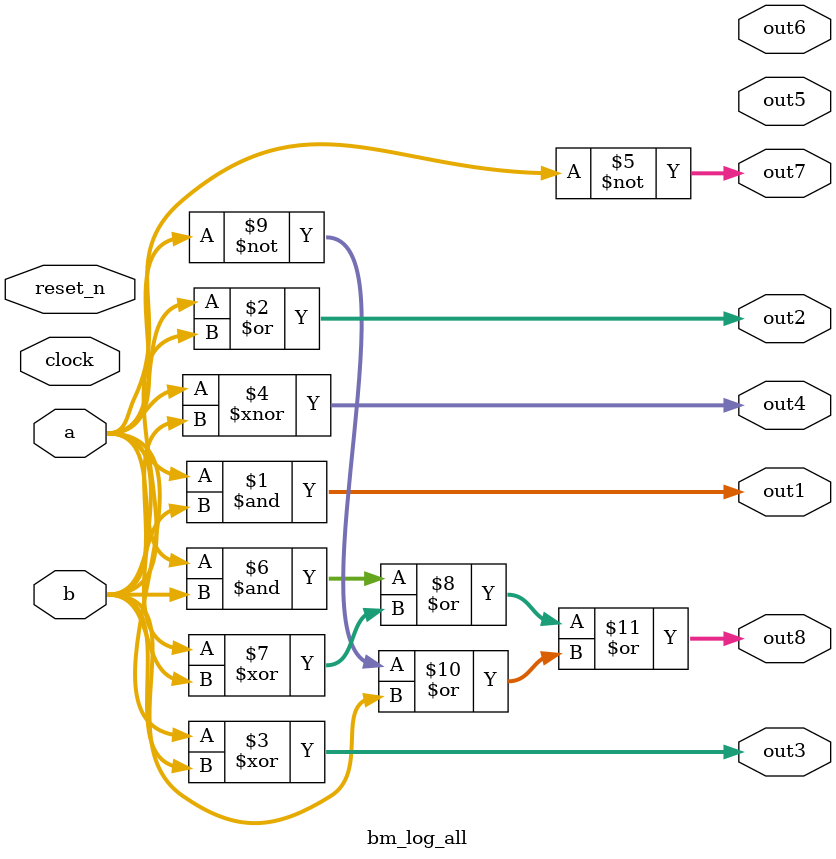
<source format=v>
`define BITS 32         // Bit width of the operands

module 	bm_log_all(clock, 
		reset_n, 
		a, 
		b, 
		out1,
		out2,
		out3,
		out4,
		out5,
		out6,
		out7,
		out8,
);

// SIGNAL DECLARATIONS
input	clock;
input 	reset_n;

input [`BITS-1:0] a;
input [`BITS-1:0] b;

output [`BITS-1:0] out1;
output [`BITS-1:0] out2;
output [`BITS-1:0] out3;
output [`BITS-1:0] out4;
output [`BITS-1:0] out5;
output [`BITS-1:0] out6;
output [`BITS-1:0] out7;
output [`BITS-1:0] out8;

wire [`BITS-1:0]    out1;
wire [`BITS-1:0]    out2;
wire [`BITS-1:0]    out3;
wire [`BITS-1:0]    out4;
wire [`BITS-1:0]    out5;
wire [`BITS-1:0]    out6;
wire [`BITS-1:0]    out7;
wire [`BITS-1:0]    out8;

// ASSIGN STATEMENTS
assign out1 = a & b; // AND
assign out2 = a | b; // OR
assign out3 = a ^ b; // XOR
assign out4 = a ~^ b; // XNOR
//assign out5 = a ~& b; // NAND
//assign out6 = a ~| b; // NOR
assign out7 = ~a; // NOT
assign out8 = (a & b) | (a ^ b) | (~a | b);

endmodule

</source>
